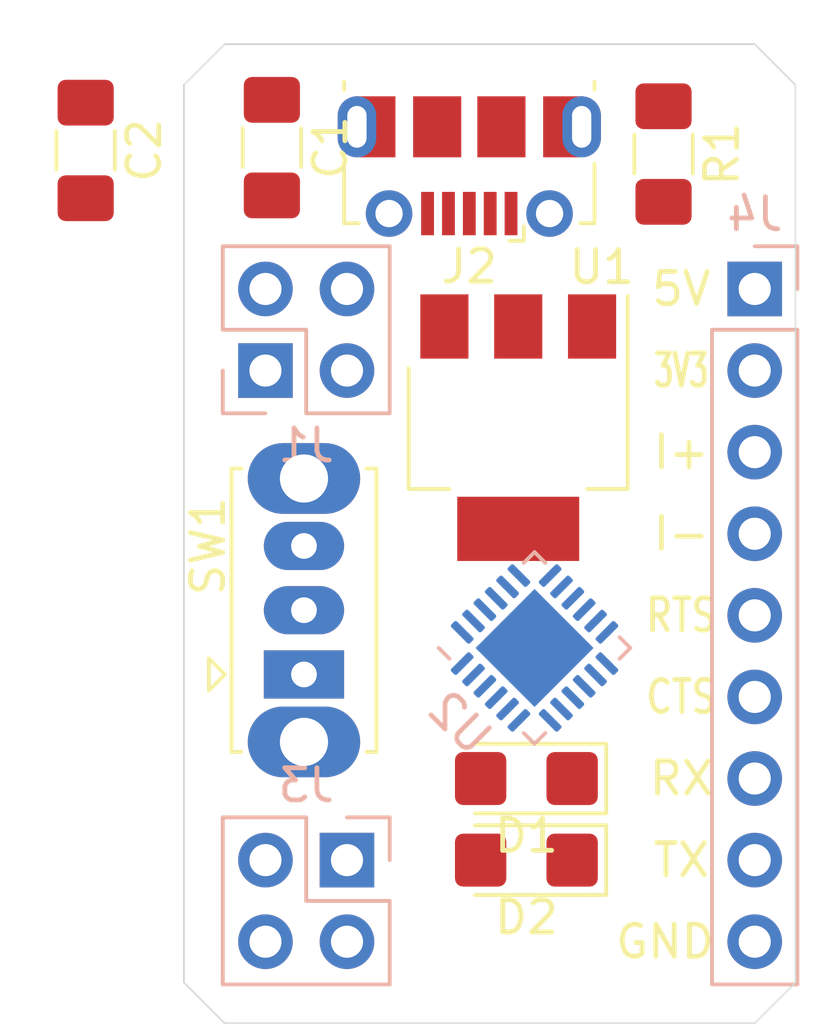
<source format=kicad_pcb>
(kicad_pcb (version 20171130) (host pcbnew "(5.1.6)-1")

  (general
    (thickness 1.6)
    (drawings 95)
    (tracks 0)
    (zones 0)
    (modules 12)
    (nets 55)
  )

  (page A4)
  (layers
    (0 F.Cu signal)
    (31 B.Cu signal)
    (32 B.Adhes user hide)
    (33 F.Adhes user hide)
    (34 B.Paste user hide)
    (35 F.Paste user hide)
    (36 B.SilkS user)
    (37 F.SilkS user)
    (38 B.Mask user hide)
    (39 F.Mask user hide)
    (40 Dwgs.User user hide)
    (41 Cmts.User user hide)
    (42 Eco1.User user hide)
    (43 Eco2.User user)
    (44 Edge.Cuts user)
    (45 Margin user hide)
    (46 B.CrtYd user hide)
    (47 F.CrtYd user hide)
    (48 B.Fab user hide)
    (49 F.Fab user)
  )

  (setup
    (last_trace_width 0.25)
    (trace_clearance 0.2)
    (zone_clearance 0.508)
    (zone_45_only no)
    (trace_min 0.2)
    (via_size 0.8)
    (via_drill 0.4)
    (via_min_size 0.4)
    (via_min_drill 0.3)
    (uvia_size 0.3)
    (uvia_drill 0.1)
    (uvias_allowed no)
    (uvia_min_size 0.2)
    (uvia_min_drill 0.1)
    (edge_width 0.05)
    (segment_width 0.2)
    (pcb_text_width 0.3)
    (pcb_text_size 1.5 1.5)
    (mod_edge_width 0.12)
    (mod_text_size 1 1)
    (mod_text_width 0.15)
    (pad_size 1.524 1.524)
    (pad_drill 0.762)
    (pad_to_mask_clearance 0.05)
    (aux_axis_origin 0 0)
    (visible_elements FEFFF77F)
    (pcbplotparams
      (layerselection 0x010fc_ffffffff)
      (usegerberextensions false)
      (usegerberattributes true)
      (usegerberadvancedattributes true)
      (creategerberjobfile true)
      (excludeedgelayer true)
      (linewidth 0.100000)
      (plotframeref false)
      (viasonmask false)
      (mode 1)
      (useauxorigin false)
      (hpglpennumber 1)
      (hpglpenspeed 20)
      (hpglpendiameter 15.000000)
      (psnegative false)
      (psa4output false)
      (plotreference true)
      (plotvalue true)
      (plotinvisibletext false)
      (padsonsilk false)
      (subtractmaskfromsilk false)
      (outputformat 1)
      (mirror false)
      (drillshape 1)
      (scaleselection 1)
      (outputdirectory ""))
  )

  (net 0 "")
  (net 1 GND)
  (net 2 +5V)
  (net 3 +3V3)
  (net 4 "Net-(J1-Pad4)")
  (net 5 "Net-(J1-Pad3)")
  (net 6 "Net-(J1-Pad2)")
  (net 7 "Net-(J1-Pad1)")
  (net 8 "Net-(J2-Pad1)")
  (net 9 "Net-(U2-Pad16)")
  (net 10 "Net-(U2-Pad15)")
  (net 11 "Net-(U2-Pad14)")
  (net 12 "Net-(U2-Pad13)")
  (net 13 "Net-(U2-Pad12)")
  (net 14 "Net-(U2-Pad11)")
  (net 15 "Net-(U2-Pad10)")
  (net 16 "Net-(U2-Pad9)")
  (net 17 "Net-(U2-Pad8)")
  (net 18 "Net-(U2-Pad7)")
  (net 19 "Net-(J2-Pad2)")
  (net 20 "Net-(J2-Pad3)")
  (net 21 "Net-(U2-Pad4)")
  (net 22 "Net-(U2-Pad3)")
  (net 23 "Net-(U2-Pad2)")
  (net 24 "Net-(U2-Pad1)")
  (net 25 "Net-(J2-Pad4)")
  (net 26 "Net-(J3-Pad4)")
  (net 27 "Net-(J3-Pad3)")
  (net 28 "Net-(J3-Pad2)")
  (net 29 "Net-(J3-Pad1)")
  (net 30 "Net-(SW1-Pad3)")
  (net 31 "Net-(SW1-Pad2)")
  (net 32 "Net-(SW1-Pad1)")
  (net 33 /TX)
  (net 34 /RX)
  (net 35 /I-)
  (net 36 /I+)
  (net 37 /+3.3V)
  (net 38 /CTS)
  (net 39 /RTS)
  (net 40 "Net-(U2-Pad25)")
  (net 41 "Net-(U2-Pad24)")
  (net 42 "Net-(U2-Pad23)")
  (net 43 "Net-(U2-Pad22)")
  (net 44 "Net-(U2-Pad21)")
  (net 45 "Net-(U2-Pad20)")
  (net 46 "Net-(U2-Pad19)")
  (net 47 "Net-(U2-Pad18)")
  (net 48 "Net-(U2-Pad17)")
  (net 49 "Net-(U2-Pad6)")
  (net 50 "Net-(U2-Pad5)")
  (net 51 "Net-(D1-Pad2)")
  (net 52 "Net-(D1-Pad1)")
  (net 53 "Net-(D2-Pad2)")
  (net 54 "Net-(D2-Pad1)")

  (net_class Default "This is the default net class."
    (clearance 0.2)
    (trace_width 0.25)
    (via_dia 0.8)
    (via_drill 0.4)
    (uvia_dia 0.3)
    (uvia_drill 0.1)
    (add_net +3V3)
    (add_net +5V)
    (add_net /+3.3V)
    (add_net /CTS)
    (add_net /I+)
    (add_net /I-)
    (add_net /RTS)
    (add_net /RX)
    (add_net /TX)
    (add_net GND)
    (add_net "Net-(D1-Pad1)")
    (add_net "Net-(D1-Pad2)")
    (add_net "Net-(D2-Pad1)")
    (add_net "Net-(D2-Pad2)")
    (add_net "Net-(J1-Pad1)")
    (add_net "Net-(J1-Pad2)")
    (add_net "Net-(J1-Pad3)")
    (add_net "Net-(J1-Pad4)")
    (add_net "Net-(J2-Pad1)")
    (add_net "Net-(J2-Pad2)")
    (add_net "Net-(J2-Pad3)")
    (add_net "Net-(J2-Pad4)")
    (add_net "Net-(J3-Pad1)")
    (add_net "Net-(J3-Pad2)")
    (add_net "Net-(J3-Pad3)")
    (add_net "Net-(J3-Pad4)")
    (add_net "Net-(SW1-Pad1)")
    (add_net "Net-(SW1-Pad2)")
    (add_net "Net-(SW1-Pad3)")
    (add_net "Net-(U2-Pad1)")
    (add_net "Net-(U2-Pad10)")
    (add_net "Net-(U2-Pad11)")
    (add_net "Net-(U2-Pad12)")
    (add_net "Net-(U2-Pad13)")
    (add_net "Net-(U2-Pad14)")
    (add_net "Net-(U2-Pad15)")
    (add_net "Net-(U2-Pad16)")
    (add_net "Net-(U2-Pad17)")
    (add_net "Net-(U2-Pad18)")
    (add_net "Net-(U2-Pad19)")
    (add_net "Net-(U2-Pad2)")
    (add_net "Net-(U2-Pad20)")
    (add_net "Net-(U2-Pad21)")
    (add_net "Net-(U2-Pad22)")
    (add_net "Net-(U2-Pad23)")
    (add_net "Net-(U2-Pad24)")
    (add_net "Net-(U2-Pad25)")
    (add_net "Net-(U2-Pad3)")
    (add_net "Net-(U2-Pad4)")
    (add_net "Net-(U2-Pad5)")
    (add_net "Net-(U2-Pad6)")
    (add_net "Net-(U2-Pad7)")
    (add_net "Net-(U2-Pad8)")
    (add_net "Net-(U2-Pad9)")
  )

  (module Diode_SMD:D_1206_3216Metric_Castellated (layer F.Cu) (tedit 5B301BBE) (tstamp 5FA96F51)
    (at 8.128 17.78 180)
    (descr "Diode SMD 1206 (3216 Metric), castellated end terminal, IPC_7351 nominal, (Body size source: http://www.tortai-tech.com/upload/download/2011102023233369053.pdf), generated with kicad-footprint-generator")
    (tags "diode castellated")
    (path /5FAC6C7D)
    (attr smd)
    (fp_text reference D2 (at 0 -1.78) (layer F.SilkS)
      (effects (font (size 1 1) (thickness 0.15)))
    )
    (fp_text value LED (at 0 1.78) (layer F.Fab)
      (effects (font (size 1 1) (thickness 0.15)))
    )
    (fp_text user %R (at 0 0) (layer F.Fab)
      (effects (font (size 0.8 0.8) (thickness 0.12)))
    )
    (fp_line (start 1.6 -0.8) (end -1.2 -0.8) (layer F.Fab) (width 0.1))
    (fp_line (start -1.2 -0.8) (end -1.6 -0.4) (layer F.Fab) (width 0.1))
    (fp_line (start -1.6 -0.4) (end -1.6 0.8) (layer F.Fab) (width 0.1))
    (fp_line (start -1.6 0.8) (end 1.6 0.8) (layer F.Fab) (width 0.1))
    (fp_line (start 1.6 0.8) (end 1.6 -0.8) (layer F.Fab) (width 0.1))
    (fp_line (start 1.6 -1.085) (end -2.485 -1.085) (layer F.SilkS) (width 0.12))
    (fp_line (start -2.485 -1.085) (end -2.485 1.085) (layer F.SilkS) (width 0.12))
    (fp_line (start -2.485 1.085) (end 1.6 1.085) (layer F.SilkS) (width 0.12))
    (fp_line (start -2.48 1.08) (end -2.48 -1.08) (layer F.CrtYd) (width 0.05))
    (fp_line (start -2.48 -1.08) (end 2.48 -1.08) (layer F.CrtYd) (width 0.05))
    (fp_line (start 2.48 -1.08) (end 2.48 1.08) (layer F.CrtYd) (width 0.05))
    (fp_line (start 2.48 1.08) (end -2.48 1.08) (layer F.CrtYd) (width 0.05))
    (pad 2 smd roundrect (at 1.425 0 180) (size 1.6 1.65) (layers F.Cu F.Paste F.Mask) (roundrect_rratio 0.15625)
      (net 53 "Net-(D2-Pad2)"))
    (pad 1 smd roundrect (at -1.425 0 180) (size 1.6 1.65) (layers F.Cu F.Paste F.Mask) (roundrect_rratio 0.15625)
      (net 54 "Net-(D2-Pad1)"))
    (model ${KISYS3DMOD}/Diode_SMD.3dshapes/D_1206_3216Metric_Castellated.wrl
      (at (xyz 0 0 0))
      (scale (xyz 1 1 1))
      (rotate (xyz 0 0 0))
    )
  )

  (module Diode_SMD:D_1206_3216Metric_Castellated (layer F.Cu) (tedit 5B301BBE) (tstamp 5FA96F3E)
    (at 8.128 15.24 180)
    (descr "Diode SMD 1206 (3216 Metric), castellated end terminal, IPC_7351 nominal, (Body size source: http://www.tortai-tech.com/upload/download/2011102023233369053.pdf), generated with kicad-footprint-generator")
    (tags "diode castellated")
    (path /5FAC5C86)
    (attr smd)
    (fp_text reference D1 (at 0 -1.78) (layer F.SilkS)
      (effects (font (size 1 1) (thickness 0.15)))
    )
    (fp_text value LED (at 0 1.78) (layer F.Fab)
      (effects (font (size 1 1) (thickness 0.15)))
    )
    (fp_text user %R (at 0 0) (layer F.Fab)
      (effects (font (size 0.8 0.8) (thickness 0.12)))
    )
    (fp_line (start 1.6 -0.8) (end -1.2 -0.8) (layer F.Fab) (width 0.1))
    (fp_line (start -1.2 -0.8) (end -1.6 -0.4) (layer F.Fab) (width 0.1))
    (fp_line (start -1.6 -0.4) (end -1.6 0.8) (layer F.Fab) (width 0.1))
    (fp_line (start -1.6 0.8) (end 1.6 0.8) (layer F.Fab) (width 0.1))
    (fp_line (start 1.6 0.8) (end 1.6 -0.8) (layer F.Fab) (width 0.1))
    (fp_line (start 1.6 -1.085) (end -2.485 -1.085) (layer F.SilkS) (width 0.12))
    (fp_line (start -2.485 -1.085) (end -2.485 1.085) (layer F.SilkS) (width 0.12))
    (fp_line (start -2.485 1.085) (end 1.6 1.085) (layer F.SilkS) (width 0.12))
    (fp_line (start -2.48 1.08) (end -2.48 -1.08) (layer F.CrtYd) (width 0.05))
    (fp_line (start -2.48 -1.08) (end 2.48 -1.08) (layer F.CrtYd) (width 0.05))
    (fp_line (start 2.48 -1.08) (end 2.48 1.08) (layer F.CrtYd) (width 0.05))
    (fp_line (start 2.48 1.08) (end -2.48 1.08) (layer F.CrtYd) (width 0.05))
    (pad 2 smd roundrect (at 1.425 0 180) (size 1.6 1.65) (layers F.Cu F.Paste F.Mask) (roundrect_rratio 0.15625)
      (net 51 "Net-(D1-Pad2)"))
    (pad 1 smd roundrect (at -1.425 0 180) (size 1.6 1.65) (layers F.Cu F.Paste F.Mask) (roundrect_rratio 0.15625)
      (net 52 "Net-(D1-Pad1)"))
    (model ${KISYS3DMOD}/Diode_SMD.3dshapes/D_1206_3216Metric_Castellated.wrl
      (at (xyz 0 0 0))
      (scale (xyz 1 1 1))
      (rotate (xyz 0 0 0))
    )
  )

  (module Package_DFN_QFN:QFN-24-1EP_4x4mm_P0.5mm_EP2.6x2.6mm (layer B.Cu) (tedit 5DC5F6A3) (tstamp 5FA9692E)
    (at 8.382 11.176 315)
    (descr "QFN, 24 Pin (http://ww1.microchip.com/downloads/en/PackagingSpec/00000049BQ.pdf#page=278), generated with kicad-footprint-generator ipc_noLead_generator.py")
    (tags "QFN NoLead")
    (path /5FAC2619)
    (attr smd)
    (fp_text reference U2 (at 0 3.299999 315) (layer B.SilkS)
      (effects (font (size 1 1) (thickness 0.15)) (justify mirror))
    )
    (fp_text value CP2102N-A01-GQFN24 (at 0 -3.299999 315) (layer B.Fab)
      (effects (font (size 1 1) (thickness 0.15)) (justify mirror))
    )
    (fp_text user %R (at 0 0 315) (layer B.Fab)
      (effects (font (size 1 1) (thickness 0.15)) (justify mirror))
    )
    (fp_line (start 1.635 2.11) (end 2.11 2.11) (layer B.SilkS) (width 0.12))
    (fp_line (start 2.11 2.11) (end 2.11 1.635) (layer B.SilkS) (width 0.12))
    (fp_line (start -1.635 -2.11) (end -2.11 -2.11) (layer B.SilkS) (width 0.12))
    (fp_line (start -2.11 -2.11) (end -2.11 -1.635) (layer B.SilkS) (width 0.12))
    (fp_line (start 1.635 -2.11) (end 2.11 -2.11) (layer B.SilkS) (width 0.12))
    (fp_line (start 2.11 -2.11) (end 2.11 -1.635) (layer B.SilkS) (width 0.12))
    (fp_line (start -1.635 2.11) (end -2.11 2.11) (layer B.SilkS) (width 0.12))
    (fp_line (start -1 2) (end 2 2) (layer B.Fab) (width 0.1))
    (fp_line (start 2 2) (end 2 -2) (layer B.Fab) (width 0.1))
    (fp_line (start 2 -2) (end -2 -2) (layer B.Fab) (width 0.1))
    (fp_line (start -2 -2) (end -2 1) (layer B.Fab) (width 0.1))
    (fp_line (start -2 1) (end -1 2) (layer B.Fab) (width 0.1))
    (fp_line (start -2.6 2.6) (end -2.6 -2.6) (layer B.CrtYd) (width 0.05))
    (fp_line (start -2.6 -2.6) (end 2.6 -2.6) (layer B.CrtYd) (width 0.05))
    (fp_line (start 2.6 -2.6) (end 2.6 2.6) (layer B.CrtYd) (width 0.05))
    (fp_line (start 2.6 2.6) (end -2.6 2.6) (layer B.CrtYd) (width 0.05))
    (pad "" smd roundrect (at 0.65 -0.65 315) (size 1.05 1.05) (layers B.Paste) (roundrect_rratio 0.238095))
    (pad "" smd roundrect (at 0.65 0.65 315) (size 1.05 1.05) (layers B.Paste) (roundrect_rratio 0.238095))
    (pad "" smd roundrect (at -0.65 -0.65 315) (size 1.05 1.05) (layers B.Paste) (roundrect_rratio 0.238095))
    (pad "" smd roundrect (at -0.65 0.65 315) (size 1.05 1.05) (layers B.Paste) (roundrect_rratio 0.238095))
    (pad 25 smd rect (at 0 0 315) (size 2.6 2.6) (layers B.Cu B.Mask)
      (net 40 "Net-(U2-Pad25)"))
    (pad 24 smd roundrect (at -1.25 1.9375 315) (size 0.25 0.825) (layers B.Cu B.Paste B.Mask) (roundrect_rratio 0.25)
      (net 41 "Net-(U2-Pad24)"))
    (pad 23 smd roundrect (at -0.75 1.9375 315) (size 0.25 0.825) (layers B.Cu B.Paste B.Mask) (roundrect_rratio 0.25)
      (net 42 "Net-(U2-Pad23)"))
    (pad 22 smd roundrect (at -0.25 1.9375 315) (size 0.25 0.825) (layers B.Cu B.Paste B.Mask) (roundrect_rratio 0.25)
      (net 43 "Net-(U2-Pad22)"))
    (pad 21 smd roundrect (at 0.25 1.9375 315) (size 0.25 0.825) (layers B.Cu B.Paste B.Mask) (roundrect_rratio 0.25)
      (net 44 "Net-(U2-Pad21)"))
    (pad 20 smd roundrect (at 0.75 1.9375 315) (size 0.25 0.825) (layers B.Cu B.Paste B.Mask) (roundrect_rratio 0.25)
      (net 45 "Net-(U2-Pad20)"))
    (pad 19 smd roundrect (at 1.25 1.9375 315) (size 0.25 0.825) (layers B.Cu B.Paste B.Mask) (roundrect_rratio 0.25)
      (net 46 "Net-(U2-Pad19)"))
    (pad 18 smd roundrect (at 1.9375 1.25 315) (size 0.825 0.25) (layers B.Cu B.Paste B.Mask) (roundrect_rratio 0.25)
      (net 47 "Net-(U2-Pad18)"))
    (pad 17 smd roundrect (at 1.9375 0.75 315) (size 0.825 0.25) (layers B.Cu B.Paste B.Mask) (roundrect_rratio 0.25)
      (net 48 "Net-(U2-Pad17)"))
    (pad 16 smd roundrect (at 1.9375 0.25 315) (size 0.825 0.25) (layers B.Cu B.Paste B.Mask) (roundrect_rratio 0.25)
      (net 9 "Net-(U2-Pad16)"))
    (pad 15 smd roundrect (at 1.9375 -0.25 315) (size 0.825 0.25) (layers B.Cu B.Paste B.Mask) (roundrect_rratio 0.25)
      (net 10 "Net-(U2-Pad15)"))
    (pad 14 smd roundrect (at 1.9375 -0.75 315) (size 0.825 0.25) (layers B.Cu B.Paste B.Mask) (roundrect_rratio 0.25)
      (net 11 "Net-(U2-Pad14)"))
    (pad 13 smd roundrect (at 1.9375 -1.25 315) (size 0.825 0.25) (layers B.Cu B.Paste B.Mask) (roundrect_rratio 0.25)
      (net 12 "Net-(U2-Pad13)"))
    (pad 12 smd roundrect (at 1.25 -1.9375 315) (size 0.25 0.825) (layers B.Cu B.Paste B.Mask) (roundrect_rratio 0.25)
      (net 13 "Net-(U2-Pad12)"))
    (pad 11 smd roundrect (at 0.75 -1.9375 315) (size 0.25 0.825) (layers B.Cu B.Paste B.Mask) (roundrect_rratio 0.25)
      (net 14 "Net-(U2-Pad11)"))
    (pad 10 smd roundrect (at 0.25 -1.9375 315) (size 0.25 0.825) (layers B.Cu B.Paste B.Mask) (roundrect_rratio 0.25)
      (net 15 "Net-(U2-Pad10)"))
    (pad 9 smd roundrect (at -0.25 -1.9375 315) (size 0.25 0.825) (layers B.Cu B.Paste B.Mask) (roundrect_rratio 0.25)
      (net 16 "Net-(U2-Pad9)"))
    (pad 8 smd roundrect (at -0.75 -1.9375 315) (size 0.25 0.825) (layers B.Cu B.Paste B.Mask) (roundrect_rratio 0.25)
      (net 17 "Net-(U2-Pad8)"))
    (pad 7 smd roundrect (at -1.25 -1.9375 315) (size 0.25 0.825) (layers B.Cu B.Paste B.Mask) (roundrect_rratio 0.25)
      (net 18 "Net-(U2-Pad7)"))
    (pad 6 smd roundrect (at -1.9375 -1.25 315) (size 0.825 0.25) (layers B.Cu B.Paste B.Mask) (roundrect_rratio 0.25)
      (net 49 "Net-(U2-Pad6)"))
    (pad 5 smd roundrect (at -1.9375 -0.75 315) (size 0.825 0.25) (layers B.Cu B.Paste B.Mask) (roundrect_rratio 0.25)
      (net 50 "Net-(U2-Pad5)"))
    (pad 4 smd roundrect (at -1.9375 -0.25 315) (size 0.825 0.25) (layers B.Cu B.Paste B.Mask) (roundrect_rratio 0.25)
      (net 21 "Net-(U2-Pad4)"))
    (pad 3 smd roundrect (at -1.9375 0.25 315) (size 0.825 0.25) (layers B.Cu B.Paste B.Mask) (roundrect_rratio 0.25)
      (net 22 "Net-(U2-Pad3)"))
    (pad 2 smd roundrect (at -1.9375 0.75 315) (size 0.825 0.25) (layers B.Cu B.Paste B.Mask) (roundrect_rratio 0.25)
      (net 23 "Net-(U2-Pad2)"))
    (pad 1 smd roundrect (at -1.9375 1.25 315) (size 0.825 0.25) (layers B.Cu B.Paste B.Mask) (roundrect_rratio 0.25)
      (net 24 "Net-(U2-Pad1)"))
    (model ${KISYS3DMOD}/Package_DFN_QFN.3dshapes/QFN-24-1EP_4x4mm_P0.5mm_EP2.6x2.6mm.wrl
      (at (xyz 0 0 0))
      (scale (xyz 1 1 1))
      (rotate (xyz 0 0 0))
    )
  )

  (module Button_Switch_THT:SW_Slide_1P2T_CK_OS102011MS2Q (layer F.Cu) (tedit 5C5044D5) (tstamp 5FA952D7)
    (at 1.2 12 90)
    (descr "CuK miniature slide switch, OS series, SPDT, https://www.ckswitches.com/media/1428/os.pdf")
    (tags "switch SPDT")
    (path /5FAB8773)
    (fp_text reference SW1 (at 3.99 -2.99 90) (layer F.SilkS)
      (effects (font (size 1 1) (thickness 0.15)))
    )
    (fp_text value SW_SPDT (at 2 3 90) (layer F.Fab)
      (effects (font (size 1 1) (thickness 0.15)))
    )
    (fp_text user %R (at 3.99 -2.99 90) (layer F.Fab)
      (effects (font (size 1 1) (thickness 0.15)))
    )
    (fp_line (start 0.5 -2.15) (end 6.3 -2.15) (layer F.Fab) (width 0.1))
    (fp_line (start 6.3 -2.15) (end 6.3 2.15) (layer F.Fab) (width 0.1))
    (fp_line (start 6.3 2.15) (end -2.3 2.15) (layer F.Fab) (width 0.1))
    (fp_line (start -2.3 2.15) (end -2.3 -2.15) (layer F.Fab) (width 0.1))
    (fp_line (start 0 -1) (end 4 -1) (layer F.Fab) (width 0.1))
    (fp_line (start 4 -1) (end 4 1) (layer F.Fab) (width 0.1))
    (fp_line (start 0 1) (end 4 1) (layer F.Fab) (width 0.1))
    (fp_line (start 0 -1) (end 0 1) (layer F.Fab) (width 0.1))
    (fp_line (start 0.66 -1) (end 0.66 1) (layer F.Fab) (width 0.1))
    (fp_line (start 1.34 -1) (end 1.34 1) (layer F.Fab) (width 0.1))
    (fp_line (start 2 -1) (end 2 1) (layer F.Fab) (width 0.1))
    (fp_line (start -2.3 -2.15) (end -0.5 -2.15) (layer F.Fab) (width 0.1))
    (fp_line (start -2.41 -2.26) (end 6.41 -2.26) (layer F.SilkS) (width 0.12))
    (fp_line (start 6.41 -2.26) (end 6.41 -1.95) (layer F.SilkS) (width 0.12))
    (fp_line (start 6.41 2.26) (end -2.41 2.26) (layer F.SilkS) (width 0.12))
    (fp_line (start -2.41 -1.95) (end -2.41 -2.26) (layer F.SilkS) (width 0.12))
    (fp_line (start -2.41 2.26) (end -2.41 1.95) (layer F.SilkS) (width 0.12))
    (fp_line (start 6.41 2.26) (end 6.41 1.95) (layer F.SilkS) (width 0.12))
    (fp_line (start -3.45 -2.4) (end 7.45 -2.4) (layer B.CrtYd) (width 0.05))
    (fp_line (start 7.45 -2.4) (end 7.45 2.4) (layer B.CrtYd) (width 0.05))
    (fp_line (start 7.45 2.4) (end -3.45 2.4) (layer B.CrtYd) (width 0.05))
    (fp_line (start -3.45 2.4) (end -3.45 -2.4) (layer B.CrtYd) (width 0.05))
    (fp_line (start -0.5 -2.15) (end 0 -1.65) (layer F.Fab) (width 0.1))
    (fp_line (start 0 -1.65) (end 0.5 -2.15) (layer F.Fab) (width 0.1))
    (fp_line (start -0.5 -2.96) (end 0 -2.46) (layer F.SilkS) (width 0.12))
    (fp_line (start 0 -2.46) (end 0.5 -2.96) (layer F.SilkS) (width 0.12))
    (fp_line (start 0.5 -2.96) (end -0.5 -2.96) (layer F.SilkS) (width 0.12))
    (pad "" thru_hole oval (at 6.1 0 90) (size 2.2 3.5) (drill 1.5) (layers *.Cu *.Mask))
    (pad "" thru_hole oval (at -2.1 0 90) (size 2.2 3.5) (drill 1.5) (layers *.Cu *.Mask))
    (pad 3 thru_hole oval (at 4 0 90) (size 1.5 2.5) (drill 0.8) (layers *.Cu *.Mask)
      (net 30 "Net-(SW1-Pad3)"))
    (pad 2 thru_hole oval (at 2 0 90) (size 1.5 2.5) (drill 0.8) (layers *.Cu *.Mask)
      (net 31 "Net-(SW1-Pad2)"))
    (pad 1 thru_hole rect (at 0 0 90) (size 1.5 2.5) (drill 0.8) (layers *.Cu *.Mask)
      (net 32 "Net-(SW1-Pad1)"))
    (model ${KISYS3DMOD}/Button_Switch_THT.3dshapes/SW_Slide_1P2T_CK_OS102011MS2Q.wrl
      (at (xyz 0 0 0))
      (scale (xyz 1 1 1))
      (rotate (xyz 0 0 0))
    )
  )

  (module Connector_PinHeader_2.54mm:PinHeader_1x09_P2.54mm_Vertical (layer B.Cu) (tedit 59FED5CC) (tstamp 5FA943AF)
    (at 15.24 0 180)
    (descr "Through hole straight pin header, 1x09, 2.54mm pitch, single row")
    (tags "Through hole pin header THT 1x09 2.54mm single row")
    (path /5FAB3E97)
    (fp_text reference J4 (at 0 2.33) (layer B.SilkS)
      (effects (font (size 1 1) (thickness 0.15)) (justify mirror))
    )
    (fp_text value Conn_01x09 (at 0 -22.65) (layer B.Fab)
      (effects (font (size 1 1) (thickness 0.15)) (justify mirror))
    )
    (fp_text user %R (at 0 -10.16 270) (layer B.Fab)
      (effects (font (size 1 1) (thickness 0.15)) (justify mirror))
    )
    (fp_line (start -0.635 1.27) (end 1.27 1.27) (layer B.Fab) (width 0.1))
    (fp_line (start 1.27 1.27) (end 1.27 -21.59) (layer B.Fab) (width 0.1))
    (fp_line (start 1.27 -21.59) (end -1.27 -21.59) (layer B.Fab) (width 0.1))
    (fp_line (start -1.27 -21.59) (end -1.27 0.635) (layer B.Fab) (width 0.1))
    (fp_line (start -1.27 0.635) (end -0.635 1.27) (layer B.Fab) (width 0.1))
    (fp_line (start -1.33 -21.65) (end 1.33 -21.65) (layer B.SilkS) (width 0.12))
    (fp_line (start -1.33 -1.27) (end -1.33 -21.65) (layer B.SilkS) (width 0.12))
    (fp_line (start 1.33 -1.27) (end 1.33 -21.65) (layer B.SilkS) (width 0.12))
    (fp_line (start -1.33 -1.27) (end 1.33 -1.27) (layer B.SilkS) (width 0.12))
    (fp_line (start -1.33 0) (end -1.33 1.33) (layer B.SilkS) (width 0.12))
    (fp_line (start -1.33 1.33) (end 0 1.33) (layer B.SilkS) (width 0.12))
    (fp_line (start -1.8 1.8) (end -1.8 -22.1) (layer B.CrtYd) (width 0.05))
    (fp_line (start -1.8 -22.1) (end 1.8 -22.1) (layer B.CrtYd) (width 0.05))
    (fp_line (start 1.8 -22.1) (end 1.8 1.8) (layer B.CrtYd) (width 0.05))
    (fp_line (start 1.8 1.8) (end -1.8 1.8) (layer B.CrtYd) (width 0.05))
    (pad 9 thru_hole oval (at 0 -20.32 180) (size 1.7 1.7) (drill 1) (layers *.Cu *.Mask)
      (net 1 GND))
    (pad 8 thru_hole oval (at 0 -17.78 180) (size 1.7 1.7) (drill 1) (layers *.Cu *.Mask)
      (net 33 /TX))
    (pad 7 thru_hole oval (at 0 -15.24 180) (size 1.7 1.7) (drill 1) (layers *.Cu *.Mask)
      (net 34 /RX))
    (pad 6 thru_hole oval (at 0 -12.7 180) (size 1.7 1.7) (drill 1) (layers *.Cu *.Mask)
      (net 38 /CTS))
    (pad 5 thru_hole oval (at 0 -10.16 180) (size 1.7 1.7) (drill 1) (layers *.Cu *.Mask)
      (net 39 /RTS))
    (pad 4 thru_hole oval (at 0 -7.62 180) (size 1.7 1.7) (drill 1) (layers *.Cu *.Mask)
      (net 35 /I-))
    (pad 3 thru_hole oval (at 0 -5.08 180) (size 1.7 1.7) (drill 1) (layers *.Cu *.Mask)
      (net 36 /I+))
    (pad 2 thru_hole oval (at 0 -2.54 180) (size 1.7 1.7) (drill 1) (layers *.Cu *.Mask)
      (net 37 /+3.3V))
    (pad 1 thru_hole rect (at 0 0 180) (size 1.7 1.7) (drill 1) (layers *.Cu *.Mask)
      (net 2 +5V))
    (model ${KISYS3DMOD}/Connector_PinHeader_2.54mm.3dshapes/PinHeader_1x09_P2.54mm_Vertical.wrl
      (at (xyz 0 0 0))
      (scale (xyz 1 1 1))
      (rotate (xyz 0 0 0))
    )
  )

  (module Connector_PinHeader_2.54mm:PinHeader_2x02_P2.54mm_Vertical (layer B.Cu) (tedit 59FED5CC) (tstamp 5FA93E5B)
    (at 2.54 17.78 180)
    (descr "Through hole straight pin header, 2x02, 2.54mm pitch, double rows")
    (tags "Through hole pin header THT 2x02 2.54mm double row")
    (path /5FAB2FBD)
    (fp_text reference J3 (at 1.27 2.33) (layer B.SilkS)
      (effects (font (size 1 1) (thickness 0.15)) (justify mirror))
    )
    (fp_text value Conn_02x02_Odd_Even (at 1.27 -4.87) (layer B.Fab)
      (effects (font (size 1 1) (thickness 0.15)) (justify mirror))
    )
    (fp_text user %R (at 1.27 -1.27 270) (layer B.Fab)
      (effects (font (size 1 1) (thickness 0.15)) (justify mirror))
    )
    (fp_line (start 0 1.27) (end 3.81 1.27) (layer B.Fab) (width 0.1))
    (fp_line (start 3.81 1.27) (end 3.81 -3.81) (layer B.Fab) (width 0.1))
    (fp_line (start 3.81 -3.81) (end -1.27 -3.81) (layer B.Fab) (width 0.1))
    (fp_line (start -1.27 -3.81) (end -1.27 0) (layer B.Fab) (width 0.1))
    (fp_line (start -1.27 0) (end 0 1.27) (layer B.Fab) (width 0.1))
    (fp_line (start -1.33 -3.87) (end 3.87 -3.87) (layer B.SilkS) (width 0.12))
    (fp_line (start -1.33 -1.27) (end -1.33 -3.87) (layer B.SilkS) (width 0.12))
    (fp_line (start 3.87 1.33) (end 3.87 -3.87) (layer B.SilkS) (width 0.12))
    (fp_line (start -1.33 -1.27) (end 1.27 -1.27) (layer B.SilkS) (width 0.12))
    (fp_line (start 1.27 -1.27) (end 1.27 1.33) (layer B.SilkS) (width 0.12))
    (fp_line (start 1.27 1.33) (end 3.87 1.33) (layer B.SilkS) (width 0.12))
    (fp_line (start -1.33 0) (end -1.33 1.33) (layer B.SilkS) (width 0.12))
    (fp_line (start -1.33 1.33) (end 0 1.33) (layer B.SilkS) (width 0.12))
    (fp_line (start -1.8 1.8) (end -1.8 -4.35) (layer B.CrtYd) (width 0.05))
    (fp_line (start -1.8 -4.35) (end 4.35 -4.35) (layer B.CrtYd) (width 0.05))
    (fp_line (start 4.35 -4.35) (end 4.35 1.8) (layer B.CrtYd) (width 0.05))
    (fp_line (start 4.35 1.8) (end -1.8 1.8) (layer B.CrtYd) (width 0.05))
    (pad 4 thru_hole oval (at 2.54 -2.54 180) (size 1.7 1.7) (drill 1) (layers *.Cu *.Mask)
      (net 26 "Net-(J3-Pad4)"))
    (pad 3 thru_hole oval (at 0 -2.54 180) (size 1.7 1.7) (drill 1) (layers *.Cu *.Mask)
      (net 27 "Net-(J3-Pad3)"))
    (pad 2 thru_hole oval (at 2.54 0 180) (size 1.7 1.7) (drill 1) (layers *.Cu *.Mask)
      (net 28 "Net-(J3-Pad2)"))
    (pad 1 thru_hole rect (at 0 0 180) (size 1.7 1.7) (drill 1) (layers *.Cu *.Mask)
      (net 29 "Net-(J3-Pad1)"))
    (model ${KISYS3DMOD}/Connector_PinHeader_2.54mm.3dshapes/PinHeader_2x02_P2.54mm_Vertical.wrl
      (at (xyz 0 0 0))
      (scale (xyz 1 1 1))
      (rotate (xyz 0 0 0))
    )
  )

  (module Connector_USB:USB_Micro-B_Molex-105017-0001 (layer F.Cu) (tedit 5A1DC0BE) (tstamp 5FA9349D)
    (at 6.35 -3.81 180)
    (descr http://www.molex.com/pdm_docs/sd/1050170001_sd.pdf)
    (tags "Micro-USB SMD Typ-B")
    (path /5FA91FBB)
    (attr smd)
    (fp_text reference J2 (at 0 -3.1125) (layer F.SilkS)
      (effects (font (size 1 1) (thickness 0.15)))
    )
    (fp_text value USB_B_Micro (at 0.3 4.3375) (layer F.Fab)
      (effects (font (size 1 1) (thickness 0.15)))
    )
    (fp_text user %R (at 0 0.8875) (layer F.Fab)
      (effects (font (size 1 1) (thickness 0.15)))
    )
    (fp_text user "PCB Edge" (at 0 2.6875) (layer Dwgs.User)
      (effects (font (size 0.5 0.5) (thickness 0.08)))
    )
    (fp_line (start -4.4 3.64) (end 4.4 3.64) (layer F.CrtYd) (width 0.05))
    (fp_line (start 4.4 -2.46) (end 4.4 3.64) (layer F.CrtYd) (width 0.05))
    (fp_line (start -4.4 -2.46) (end 4.4 -2.46) (layer F.CrtYd) (width 0.05))
    (fp_line (start -4.4 3.64) (end -4.4 -2.46) (layer F.CrtYd) (width 0.05))
    (fp_line (start -3.9 -1.7625) (end -3.45 -1.7625) (layer F.SilkS) (width 0.12))
    (fp_line (start -3.9 0.0875) (end -3.9 -1.7625) (layer F.SilkS) (width 0.12))
    (fp_line (start 3.9 2.6375) (end 3.9 2.3875) (layer F.SilkS) (width 0.12))
    (fp_line (start 3.75 3.3875) (end 3.75 -1.6125) (layer F.Fab) (width 0.1))
    (fp_line (start -3 2.689204) (end 3 2.689204) (layer F.Fab) (width 0.1))
    (fp_line (start -3.75 3.389204) (end 3.75 3.389204) (layer F.Fab) (width 0.1))
    (fp_line (start -3.75 -1.6125) (end 3.75 -1.6125) (layer F.Fab) (width 0.1))
    (fp_line (start -3.75 3.3875) (end -3.75 -1.6125) (layer F.Fab) (width 0.1))
    (fp_line (start -3.9 2.6375) (end -3.9 2.3875) (layer F.SilkS) (width 0.12))
    (fp_line (start 3.9 0.0875) (end 3.9 -1.7625) (layer F.SilkS) (width 0.12))
    (fp_line (start 3.9 -1.7625) (end 3.45 -1.7625) (layer F.SilkS) (width 0.12))
    (fp_line (start -1.7 -2.3125) (end -1.25 -2.3125) (layer F.SilkS) (width 0.12))
    (fp_line (start -1.7 -2.3125) (end -1.7 -1.8625) (layer F.SilkS) (width 0.12))
    (fp_line (start -1.3 -1.7125) (end -1.5 -1.9125) (layer F.Fab) (width 0.1))
    (fp_line (start -1.1 -1.9125) (end -1.3 -1.7125) (layer F.Fab) (width 0.1))
    (fp_line (start -1.5 -2.1225) (end -1.1 -2.1225) (layer F.Fab) (width 0.1))
    (fp_line (start -1.5 -2.1225) (end -1.5 -1.9125) (layer F.Fab) (width 0.1))
    (fp_line (start -1.1 -2.1225) (end -1.1 -1.9125) (layer F.Fab) (width 0.1))
    (pad 6 smd rect (at -2.9 1.2375 180) (size 1.2 1.9) (layers F.Cu F.Mask)
      (net 1 GND))
    (pad 6 smd rect (at 2.9 1.2375 180) (size 1.2 1.9) (layers F.Cu F.Mask)
      (net 1 GND))
    (pad 6 thru_hole oval (at 3.5 1.2375 180) (size 1.2 1.9) (drill oval 0.6 1.3) (layers *.Cu *.Mask)
      (net 1 GND))
    (pad 6 thru_hole oval (at -3.5 1.2375) (size 1.2 1.9) (drill oval 0.6 1.3) (layers *.Cu *.Mask)
      (net 1 GND))
    (pad 6 smd rect (at -1 1.2375 180) (size 1.5 1.9) (layers F.Cu F.Paste F.Mask)
      (net 1 GND))
    (pad 6 thru_hole circle (at 2.5 -1.4625 180) (size 1.45 1.45) (drill 0.85) (layers *.Cu *.Mask)
      (net 1 GND))
    (pad 3 smd rect (at 0 -1.4625 180) (size 0.4 1.35) (layers F.Cu F.Paste F.Mask)
      (net 20 "Net-(J2-Pad3)"))
    (pad 4 smd rect (at 0.65 -1.4625 180) (size 0.4 1.35) (layers F.Cu F.Paste F.Mask)
      (net 25 "Net-(J2-Pad4)"))
    (pad 5 smd rect (at 1.3 -1.4625 180) (size 0.4 1.35) (layers F.Cu F.Paste F.Mask)
      (net 1 GND))
    (pad 1 smd rect (at -1.3 -1.4625 180) (size 0.4 1.35) (layers F.Cu F.Paste F.Mask)
      (net 8 "Net-(J2-Pad1)"))
    (pad 2 smd rect (at -0.65 -1.4625 180) (size 0.4 1.35) (layers F.Cu F.Paste F.Mask)
      (net 19 "Net-(J2-Pad2)"))
    (pad 6 thru_hole circle (at -2.5 -1.4625 180) (size 1.45 1.45) (drill 0.85) (layers *.Cu *.Mask)
      (net 1 GND))
    (pad 6 smd rect (at 1 1.2375 180) (size 1.5 1.9) (layers F.Cu F.Paste F.Mask)
      (net 1 GND))
    (model ${KISYS3DMOD}/Connector_USB.3dshapes/USB_Micro-B_Molex-105017-0001.wrl
      (at (xyz 0 0 0))
      (scale (xyz 1 1 1))
      (rotate (xyz 0 0 0))
    )
  )

  (module Package_TO_SOT_SMD:SOT-223-3_TabPin2 (layer F.Cu) (tedit 5A02FF57) (tstamp 5FA9481A)
    (at 7.874 4.318 270)
    (descr "module CMS SOT223 4 pins")
    (tags "CMS SOT")
    (path /5FA9298A)
    (attr smd)
    (fp_text reference U1 (at -5 -2.6 180) (layer F.SilkS)
      (effects (font (size 1 1) (thickness 0.15)))
    )
    (fp_text value AZ1117-3.3 (at 0 4.5 90) (layer F.Fab)
      (effects (font (size 1 1) (thickness 0.15)))
    )
    (fp_text user %R (at 0 0) (layer F.Fab)
      (effects (font (size 0.8 0.8) (thickness 0.12)))
    )
    (fp_line (start 1.91 3.41) (end 1.91 2.15) (layer F.SilkS) (width 0.12))
    (fp_line (start 1.91 -3.41) (end 1.91 -2.15) (layer F.SilkS) (width 0.12))
    (fp_line (start 4.4 -3.6) (end -4.4 -3.6) (layer F.CrtYd) (width 0.05))
    (fp_line (start 4.4 3.6) (end 4.4 -3.6) (layer F.CrtYd) (width 0.05))
    (fp_line (start -4.4 3.6) (end 4.4 3.6) (layer F.CrtYd) (width 0.05))
    (fp_line (start -4.4 -3.6) (end -4.4 3.6) (layer F.CrtYd) (width 0.05))
    (fp_line (start -1.85 -2.35) (end -0.85 -3.35) (layer F.Fab) (width 0.1))
    (fp_line (start -1.85 -2.35) (end -1.85 3.35) (layer F.Fab) (width 0.1))
    (fp_line (start -1.85 3.41) (end 1.91 3.41) (layer F.SilkS) (width 0.12))
    (fp_line (start -0.85 -3.35) (end 1.85 -3.35) (layer F.Fab) (width 0.1))
    (fp_line (start -4.1 -3.41) (end 1.91 -3.41) (layer F.SilkS) (width 0.12))
    (fp_line (start -1.85 3.35) (end 1.85 3.35) (layer F.Fab) (width 0.1))
    (fp_line (start 1.85 -3.35) (end 1.85 3.35) (layer F.Fab) (width 0.1))
    (pad 1 smd rect (at -3.15 -2.3 270) (size 2 1.5) (layers F.Cu F.Paste F.Mask)
      (net 1 GND))
    (pad 3 smd rect (at -3.15 2.3 270) (size 2 1.5) (layers F.Cu F.Paste F.Mask)
      (net 2 +5V))
    (pad 2 smd rect (at -3.15 0 270) (size 2 1.5) (layers F.Cu F.Paste F.Mask)
      (net 3 +3V3))
    (pad 2 smd rect (at 3.15 0 270) (size 2 3.8) (layers F.Cu F.Paste F.Mask)
      (net 3 +3V3))
    (model ${KISYS3DMOD}/Package_TO_SOT_SMD.3dshapes/SOT-223.wrl
      (at (xyz 0 0 0))
      (scale (xyz 1 1 1))
      (rotate (xyz 0 0 0))
    )
  )

  (module Resistor_SMD:R_1206_3216Metric_Pad1.42x1.75mm_HandSolder (layer F.Cu) (tedit 5B301BBD) (tstamp 5FA93B71)
    (at 12.4 -4.2 270)
    (descr "Resistor SMD 1206 (3216 Metric), square (rectangular) end terminal, IPC_7351 nominal with elongated pad for handsoldering. (Body size source: http://www.tortai-tech.com/upload/download/2011102023233369053.pdf), generated with kicad-footprint-generator")
    (tags "resistor handsolder")
    (path /5FAA8AB4)
    (attr smd)
    (fp_text reference R1 (at 0 -1.82 90) (layer F.SilkS)
      (effects (font (size 1 1) (thickness 0.15)))
    )
    (fp_text value R (at 0 1.82 90) (layer F.Fab)
      (effects (font (size 1 1) (thickness 0.15)))
    )
    (fp_text user %R (at 0 0 90) (layer F.Fab)
      (effects (font (size 0.8 0.8) (thickness 0.12)))
    )
    (fp_line (start -1.6 0.8) (end -1.6 -0.8) (layer F.Fab) (width 0.1))
    (fp_line (start -1.6 -0.8) (end 1.6 -0.8) (layer F.Fab) (width 0.1))
    (fp_line (start 1.6 -0.8) (end 1.6 0.8) (layer F.Fab) (width 0.1))
    (fp_line (start 1.6 0.8) (end -1.6 0.8) (layer F.Fab) (width 0.1))
    (fp_line (start -0.602064 -0.91) (end 0.602064 -0.91) (layer F.SilkS) (width 0.12))
    (fp_line (start -0.602064 0.91) (end 0.602064 0.91) (layer F.SilkS) (width 0.12))
    (fp_line (start -2.45 1.12) (end -2.45 -1.12) (layer F.CrtYd) (width 0.05))
    (fp_line (start -2.45 -1.12) (end 2.45 -1.12) (layer F.CrtYd) (width 0.05))
    (fp_line (start 2.45 -1.12) (end 2.45 1.12) (layer F.CrtYd) (width 0.05))
    (fp_line (start 2.45 1.12) (end -2.45 1.12) (layer F.CrtYd) (width 0.05))
    (pad 2 smd roundrect (at 1.4875 0 270) (size 1.425 1.75) (layers F.Cu F.Paste F.Mask) (roundrect_rratio 0.175439)
      (net 8 "Net-(J2-Pad1)"))
    (pad 1 smd roundrect (at -1.4875 0 270) (size 1.425 1.75) (layers F.Cu F.Paste F.Mask) (roundrect_rratio 0.175439)
      (net 2 +5V))
    (model ${KISYS3DMOD}/Resistor_SMD.3dshapes/R_1206_3216Metric.wrl
      (at (xyz 0 0 0))
      (scale (xyz 1 1 1))
      (rotate (xyz 0 0 0))
    )
  )

  (module Connector_PinHeader_2.54mm:PinHeader_2x02_P2.54mm_Vertical (layer B.Cu) (tedit 59FED5CC) (tstamp 5FA92DF9)
    (at 0 2.54)
    (descr "Through hole straight pin header, 2x02, 2.54mm pitch, double rows")
    (tags "Through hole pin header THT 2x02 2.54mm double row")
    (path /5FAA0977)
    (fp_text reference J1 (at 1.27 2.33) (layer B.SilkS)
      (effects (font (size 1 1) (thickness 0.15)) (justify mirror))
    )
    (fp_text value Conn_02x02_Odd_Even (at 1.27 -4.87) (layer B.Fab)
      (effects (font (size 1 1) (thickness 0.15)) (justify mirror))
    )
    (fp_text user %R (at 1.27 -1.27 -90) (layer B.Fab)
      (effects (font (size 1 1) (thickness 0.15)) (justify mirror))
    )
    (fp_line (start 0 1.27) (end 3.81 1.27) (layer B.Fab) (width 0.1))
    (fp_line (start 3.81 1.27) (end 3.81 -3.81) (layer B.Fab) (width 0.1))
    (fp_line (start 3.81 -3.81) (end -1.27 -3.81) (layer B.Fab) (width 0.1))
    (fp_line (start -1.27 -3.81) (end -1.27 0) (layer B.Fab) (width 0.1))
    (fp_line (start -1.27 0) (end 0 1.27) (layer B.Fab) (width 0.1))
    (fp_line (start -1.33 -3.87) (end 3.87 -3.87) (layer B.SilkS) (width 0.12))
    (fp_line (start -1.33 -1.27) (end -1.33 -3.87) (layer B.SilkS) (width 0.12))
    (fp_line (start 3.87 1.33) (end 3.87 -3.87) (layer B.SilkS) (width 0.12))
    (fp_line (start -1.33 -1.27) (end 1.27 -1.27) (layer B.SilkS) (width 0.12))
    (fp_line (start 1.27 -1.27) (end 1.27 1.33) (layer B.SilkS) (width 0.12))
    (fp_line (start 1.27 1.33) (end 3.87 1.33) (layer B.SilkS) (width 0.12))
    (fp_line (start -1.33 0) (end -1.33 1.33) (layer B.SilkS) (width 0.12))
    (fp_line (start -1.33 1.33) (end 0 1.33) (layer B.SilkS) (width 0.12))
    (fp_line (start -1.8 1.8) (end -1.8 -4.35) (layer B.CrtYd) (width 0.05))
    (fp_line (start -1.8 -4.35) (end 4.35 -4.35) (layer B.CrtYd) (width 0.05))
    (fp_line (start 4.35 -4.35) (end 4.35 1.8) (layer B.CrtYd) (width 0.05))
    (fp_line (start 4.35 1.8) (end -1.8 1.8) (layer B.CrtYd) (width 0.05))
    (pad 4 thru_hole oval (at 2.54 -2.54) (size 1.7 1.7) (drill 1) (layers *.Cu *.Mask)
      (net 4 "Net-(J1-Pad4)"))
    (pad 3 thru_hole oval (at 0 -2.54) (size 1.7 1.7) (drill 1) (layers *.Cu *.Mask)
      (net 5 "Net-(J1-Pad3)"))
    (pad 2 thru_hole oval (at 2.54 0) (size 1.7 1.7) (drill 1) (layers *.Cu *.Mask)
      (net 6 "Net-(J1-Pad2)"))
    (pad 1 thru_hole rect (at 0 0) (size 1.7 1.7) (drill 1) (layers *.Cu *.Mask)
      (net 7 "Net-(J1-Pad1)"))
    (model ${KISYS3DMOD}/Connector_PinHeader_2.54mm.3dshapes/PinHeader_2x02_P2.54mm_Vertical.wrl
      (at (xyz 0 0 0))
      (scale (xyz 1 1 1))
      (rotate (xyz 0 0 0))
    )
  )

  (module Capacitor_SMD:C_1206_3216Metric_Pad1.42x1.75mm_HandSolder (layer F.Cu) (tedit 5B301BBE) (tstamp 5FA92DDF)
    (at -5.6 -4.3125 270)
    (descr "Capacitor SMD 1206 (3216 Metric), square (rectangular) end terminal, IPC_7351 nominal with elongated pad for handsoldering. (Body size source: http://www.tortai-tech.com/upload/download/2011102023233369053.pdf), generated with kicad-footprint-generator")
    (tags "capacitor handsolder")
    (path /5FA989BF)
    (attr smd)
    (fp_text reference C2 (at 0 -1.82 90) (layer F.SilkS)
      (effects (font (size 1 1) (thickness 0.15)))
    )
    (fp_text value C (at 0 1.82 90) (layer F.Fab)
      (effects (font (size 1 1) (thickness 0.15)))
    )
    (fp_text user %R (at 0 0 90) (layer F.Fab)
      (effects (font (size 0.8 0.8) (thickness 0.12)))
    )
    (fp_line (start -1.6 0.8) (end -1.6 -0.8) (layer F.Fab) (width 0.1))
    (fp_line (start -1.6 -0.8) (end 1.6 -0.8) (layer F.Fab) (width 0.1))
    (fp_line (start 1.6 -0.8) (end 1.6 0.8) (layer F.Fab) (width 0.1))
    (fp_line (start 1.6 0.8) (end -1.6 0.8) (layer F.Fab) (width 0.1))
    (fp_line (start -0.602064 -0.91) (end 0.602064 -0.91) (layer F.SilkS) (width 0.12))
    (fp_line (start -0.602064 0.91) (end 0.602064 0.91) (layer F.SilkS) (width 0.12))
    (fp_line (start -2.45 1.12) (end -2.45 -1.12) (layer F.CrtYd) (width 0.05))
    (fp_line (start -2.45 -1.12) (end 2.45 -1.12) (layer F.CrtYd) (width 0.05))
    (fp_line (start 2.45 -1.12) (end 2.45 1.12) (layer F.CrtYd) (width 0.05))
    (fp_line (start 2.45 1.12) (end -2.45 1.12) (layer F.CrtYd) (width 0.05))
    (pad 2 smd roundrect (at 1.4875 0 270) (size 1.425 1.75) (layers F.Cu F.Paste F.Mask) (roundrect_rratio 0.175439)
      (net 1 GND))
    (pad 1 smd roundrect (at -1.4875 0 270) (size 1.425 1.75) (layers F.Cu F.Paste F.Mask) (roundrect_rratio 0.175439)
      (net 3 +3V3))
    (model ${KISYS3DMOD}/Capacitor_SMD.3dshapes/C_1206_3216Metric.wrl
      (at (xyz 0 0 0))
      (scale (xyz 1 1 1))
      (rotate (xyz 0 0 0))
    )
  )

  (module Capacitor_SMD:C_1206_3216Metric_Pad1.42x1.75mm_HandSolder (layer F.Cu) (tedit 5B301BBE) (tstamp 5FA93819)
    (at 0.2 -4.4 270)
    (descr "Capacitor SMD 1206 (3216 Metric), square (rectangular) end terminal, IPC_7351 nominal with elongated pad for handsoldering. (Body size source: http://www.tortai-tech.com/upload/download/2011102023233369053.pdf), generated with kicad-footprint-generator")
    (tags "capacitor handsolder")
    (path /5FA97A0B)
    (attr smd)
    (fp_text reference C1 (at 0 -1.82 90) (layer F.SilkS)
      (effects (font (size 1 1) (thickness 0.15)))
    )
    (fp_text value C (at 0 1.82 90) (layer F.Fab)
      (effects (font (size 1 1) (thickness 0.15)))
    )
    (fp_text user %R (at 0 0 90) (layer F.Fab)
      (effects (font (size 0.8 0.8) (thickness 0.12)))
    )
    (fp_line (start -1.6 0.8) (end -1.6 -0.8) (layer F.Fab) (width 0.1))
    (fp_line (start -1.6 -0.8) (end 1.6 -0.8) (layer F.Fab) (width 0.1))
    (fp_line (start 1.6 -0.8) (end 1.6 0.8) (layer F.Fab) (width 0.1))
    (fp_line (start 1.6 0.8) (end -1.6 0.8) (layer F.Fab) (width 0.1))
    (fp_line (start -0.602064 -0.91) (end 0.602064 -0.91) (layer F.SilkS) (width 0.12))
    (fp_line (start -0.602064 0.91) (end 0.602064 0.91) (layer F.SilkS) (width 0.12))
    (fp_line (start -2.45 1.12) (end -2.45 -1.12) (layer F.CrtYd) (width 0.05))
    (fp_line (start -2.45 -1.12) (end 2.45 -1.12) (layer F.CrtYd) (width 0.05))
    (fp_line (start 2.45 -1.12) (end 2.45 1.12) (layer F.CrtYd) (width 0.05))
    (fp_line (start 2.45 1.12) (end -2.45 1.12) (layer F.CrtYd) (width 0.05))
    (pad 2 smd roundrect (at 1.4875 0 270) (size 1.425 1.75) (layers F.Cu F.Paste F.Mask) (roundrect_rratio 0.175439)
      (net 1 GND))
    (pad 1 smd roundrect (at -1.4875 0 270) (size 1.425 1.75) (layers F.Cu F.Paste F.Mask) (roundrect_rratio 0.175439)
      (net 2 +5V))
    (model ${KISYS3DMOD}/Capacitor_SMD.3dshapes/C_1206_3216Metric.wrl
      (at (xyz 0 0 0))
      (scale (xyz 1 1 1))
      (rotate (xyz 0 0 0))
    )
  )

  (gr_text GND (at 12.446 20.32) (layer F.SilkS) (tstamp 5FA95AC1)
    (effects (font (size 1 1) (thickness 0.15)))
  )
  (gr_text TX (at 12.954 17.78) (layer F.SilkS) (tstamp 5FA95ABF)
    (effects (font (size 1 1) (thickness 0.15)))
  )
  (gr_text RX (at 12.954 15.24) (layer F.SilkS) (tstamp 5FA95ABD)
    (effects (font (size 1 1) (thickness 0.15)))
  )
  (gr_text CTS (at 12.954 12.7) (layer F.SilkS) (tstamp 5FA95ABB)
    (effects (font (size 1 0.8) (thickness 0.15)))
  )
  (gr_text RTS (at 12.954 10.16) (layer F.SilkS) (tstamp 5FA95AB9)
    (effects (font (size 1 0.8) (thickness 0.15)))
  )
  (gr_text I- (at 12.954 7.62) (layer F.SilkS) (tstamp 5FA95AB7)
    (effects (font (size 1 1) (thickness 0.15)))
  )
  (gr_text I+ (at 12.954 5.08) (layer F.SilkS) (tstamp 5FA95AB1)
    (effects (font (size 1 1) (thickness 0.15)))
  )
  (gr_text 3V3 (at 12.954 2.54) (layer F.SilkS)
    (effects (font (size 1 0.6) (thickness 0.15)))
  )
  (gr_text 5V (at 12.954 0) (layer F.SilkS)
    (effects (font (size 1 1) (thickness 0.15)))
  )
  (gr_line (start 15.24 22.86) (end -1.27 22.86) (layer Edge.Cuts) (width 0.05) (tstamp 5FA9399F))
  (gr_line (start 16.51 21.59) (end 15.24 22.86) (layer Edge.Cuts) (width 0.05))
  (gr_line (start 16.51 -6.35) (end 16.51 21.59) (layer Edge.Cuts) (width 0.05))
  (gr_line (start 15.24 -7.62) (end 16.51 -6.35) (layer Edge.Cuts) (width 0.05))
  (gr_line (start -1.27 -7.62) (end 15.24 -7.62) (layer Edge.Cuts) (width 0.05))
  (gr_line (start -2.54 -6.35) (end -1.27 -7.62) (layer Edge.Cuts) (width 0.05))
  (gr_line (start -2.54 21.59) (end -2.54 -6.35) (layer Edge.Cuts) (width 0.05))
  (gr_line (start -1.27 22.86) (end -2.54 21.59) (layer Edge.Cuts) (width 0.05))
  (gr_line (start 2.54 12.7) (end 2.54 20.32) (layer Eco1.User) (width 0.15) (tstamp 5FA92F55))
  (gr_line (start 0 12.7) (end 0 20.32) (layer Eco1.User) (width 0.15) (tstamp 5FA92F54))
  (gr_line (start 0 0) (end 0 7.62) (layer Eco1.User) (width 0.15) (tstamp 5FA92F53))
  (gr_line (start 2.54 0) (end 2.54 7.62) (layer Eco1.User) (width 0.15) (tstamp 5FA92F52))
  (gr_line (start 10.16 20.32) (end 20.32 20.32) (layer Eco1.User) (width 0.15) (tstamp 5FA92F44))
  (gr_line (start 10.16 17.78) (end 20.32 17.78) (layer Eco1.User) (width 0.15) (tstamp 5FA92F43))
  (gr_line (start 10.16 15.24) (end 20.32 15.24) (layer Eco1.User) (width 0.15) (tstamp 5FA92F42))
  (gr_line (start 10.16 12.7) (end 20.32 12.7) (layer Eco1.User) (width 0.15) (tstamp 5FA92F41))
  (gr_line (start 10.16 10.16) (end 20.32 10.16) (layer Eco1.User) (width 0.15) (tstamp 5FA92F40))
  (gr_line (start 10.16 7.62) (end 20.32 7.62) (layer Eco1.User) (width 0.15) (tstamp 5FA92F3F))
  (gr_line (start 10.16 5.08) (end 20.32 5.08) (layer Eco1.User) (width 0.15) (tstamp 5FA92F3E))
  (gr_line (start 10.16 2.54) (end 20.32 2.54) (layer Eco1.User) (width 0.15) (tstamp 5FA92F3D))
  (gr_line (start 10.16 0) (end 20.32 0) (layer Eco1.User) (width 0.15) (tstamp 5FA92F3C))
  (gr_circle (center 20.32 20.32) (end 21.59 20.32) (layer Eco1.User) (width 0.15) (tstamp 5FA92F1D))
  (gr_circle (center 20.32 15.24) (end 21.59 15.24) (layer Eco1.User) (width 0.15) (tstamp 5FA92F1C))
  (gr_circle (center 20.32 7.62) (end 21.59 7.62) (layer Eco1.User) (width 0.15) (tstamp 5FA92F1B))
  (gr_circle (center 20.32 10.16) (end 21.59 10.16) (layer Eco1.User) (width 0.15) (tstamp 5FA92F1A))
  (gr_circle (center 20.32 17.78) (end 21.59 17.78) (layer Eco1.User) (width 0.15) (tstamp 5FA92F19))
  (gr_circle (center 20.32 12.7) (end 21.59 12.7) (layer Eco1.User) (width 0.15) (tstamp 5FA92F18))
  (gr_circle (center 20.32 0) (end 21.59 0) (layer Eco1.User) (width 0.15) (tstamp 5FA92F17))
  (gr_circle (center 20.32 5.08) (end 21.59 5.08) (layer Eco1.User) (width 0.15) (tstamp 5FA92F16))
  (gr_circle (center 20.32 2.54) (end 21.59 2.54) (layer Eco1.User) (width 0.15) (tstamp 5FA92F15))
  (gr_circle (center 17.78 20.32) (end 19.05 20.32) (layer Eco1.User) (width 0.15) (tstamp 5FA92F1D))
  (gr_circle (center 17.78 15.24) (end 19.05 15.24) (layer Eco1.User) (width 0.15) (tstamp 5FA92F1C))
  (gr_circle (center 17.78 7.62) (end 19.05 7.62) (layer Eco1.User) (width 0.15) (tstamp 5FA92F1B))
  (gr_circle (center 17.78 10.16) (end 19.05 10.16) (layer Eco1.User) (width 0.15) (tstamp 5FA92F1A))
  (gr_circle (center 17.78 17.78) (end 19.05 17.78) (layer Eco1.User) (width 0.15) (tstamp 5FA92F19))
  (gr_circle (center 17.78 12.7) (end 19.05 12.7) (layer Eco1.User) (width 0.15) (tstamp 5FA92F18))
  (gr_circle (center 17.78 0) (end 19.05 0) (layer Eco1.User) (width 0.15) (tstamp 5FA92F17))
  (gr_circle (center 17.78 5.08) (end 19.05 5.08) (layer Eco1.User) (width 0.15) (tstamp 5FA92F16))
  (gr_circle (center 17.78 2.54) (end 19.05 2.54) (layer Eco1.User) (width 0.15) (tstamp 5FA92F15))
  (gr_circle (center 15.24 20.32) (end 16.51 20.32) (layer Eco1.User) (width 0.15) (tstamp 5FA92F1D))
  (gr_circle (center 15.24 15.24) (end 16.51 15.24) (layer Eco1.User) (width 0.15) (tstamp 5FA92F1C))
  (gr_circle (center 15.24 7.62) (end 16.51 7.62) (layer Eco1.User) (width 0.15) (tstamp 5FA92F1B))
  (gr_circle (center 15.24 10.16) (end 16.51 10.16) (layer Eco1.User) (width 0.15) (tstamp 5FA92F1A))
  (gr_circle (center 15.24 17.78) (end 16.51 17.78) (layer Eco1.User) (width 0.15) (tstamp 5FA92F19))
  (gr_circle (center 15.24 12.7) (end 16.51 12.7) (layer Eco1.User) (width 0.15) (tstamp 5FA92F18))
  (gr_circle (center 15.24 0) (end 16.51 0) (layer Eco1.User) (width 0.15) (tstamp 5FA92F17))
  (gr_circle (center 15.24 5.08) (end 16.51 5.08) (layer Eco1.User) (width 0.15) (tstamp 5FA92F16))
  (gr_circle (center 15.24 2.54) (end 16.51 2.54) (layer Eco1.User) (width 0.15) (tstamp 5FA92F15))
  (gr_circle (center 12.7 20.32) (end 13.97 20.32) (layer Eco1.User) (width 0.15) (tstamp 5FA92EF0))
  (gr_circle (center 0 20.32) (end 0 21.59) (layer Eco1.User) (width 0.15) (tstamp 5FA92EEF))
  (gr_circle (center 2.54 20.32) (end 3.81 20.32) (layer Eco1.User) (width 0.15) (tstamp 5FA92EEE))
  (gr_circle (center 10.16 20.32) (end 11.43 20.32) (layer Eco1.User) (width 0.15) (tstamp 5FA92EED))
  (gr_circle (center 12.7 17.78) (end 13.97 17.78) (layer Eco1.User) (width 0.15) (tstamp 5FA92EF0))
  (gr_circle (center 0 17.78) (end 0 19.05) (layer Eco1.User) (width 0.15) (tstamp 5FA92EEF))
  (gr_circle (center 2.54 17.78) (end 3.81 17.78) (layer Eco1.User) (width 0.15) (tstamp 5FA92EEE))
  (gr_circle (center 10.16 17.78) (end 11.43 17.78) (layer Eco1.User) (width 0.15) (tstamp 5FA92EED))
  (gr_circle (center 12.7 15.24) (end 13.97 15.24) (layer Eco1.User) (width 0.15) (tstamp 5FA92EF0))
  (gr_circle (center 0 15.24) (end 0 16.51) (layer Eco1.User) (width 0.15) (tstamp 5FA92EEF))
  (gr_circle (center 2.54 15.24) (end 3.81 15.24) (layer Eco1.User) (width 0.15) (tstamp 5FA92EEE))
  (gr_circle (center 10.16 15.24) (end 11.43 15.24) (layer Eco1.User) (width 0.15) (tstamp 5FA92EED))
  (gr_circle (center 12.7 12.7) (end 13.97 12.7) (layer Eco1.User) (width 0.15) (tstamp 5FA92EF0))
  (gr_circle (center 0 12.7) (end 0 13.97) (layer Eco1.User) (width 0.15) (tstamp 5FA92EEF))
  (gr_circle (center 2.54 12.7) (end 3.81 12.7) (layer Eco1.User) (width 0.15) (tstamp 5FA92EEE))
  (gr_circle (center 10.16 12.7) (end 11.43 12.7) (layer Eco1.User) (width 0.15) (tstamp 5FA92EED))
  (gr_circle (center 12.7 10.16) (end 13.97 10.16) (layer Eco1.User) (width 0.15) (tstamp 5FA92EF0))
  (gr_circle (center 10.16 10.16) (end 11.43 10.16) (layer Eco1.User) (width 0.15) (tstamp 5FA92EED))
  (gr_circle (center 12.7 7.62) (end 13.97 7.62) (layer Eco1.User) (width 0.15) (tstamp 5FA92EF0))
  (gr_circle (center 0 7.62) (end 0 8.89) (layer Eco1.User) (width 0.15) (tstamp 5FA92EEF))
  (gr_circle (center 2.54 7.62) (end 3.81 7.62) (layer Eco1.User) (width 0.15) (tstamp 5FA92EEE))
  (gr_circle (center 10.16 7.62) (end 11.43 7.62) (layer Eco1.User) (width 0.15) (tstamp 5FA92EED))
  (gr_circle (center 12.7 5.08) (end 13.97 5.08) (layer Eco1.User) (width 0.15))
  (gr_circle (center 10.16 5.08) (end 11.43 5.08) (layer Eco1.User) (width 0.15))
  (gr_circle (center 2.54 5.08) (end 3.81 5.08) (layer Eco1.User) (width 0.15))
  (gr_circle (center 12.7 2.54) (end 13.97 2.54) (layer Eco1.User) (width 0.15))
  (gr_circle (center 10.16 2.54) (end 11.43 2.54) (layer Eco1.User) (width 0.15))
  (gr_circle (center 2.54 2.54) (end 3.81 2.54) (layer Eco1.User) (width 0.15))
  (gr_circle (center 12.7 0) (end 13.97 0) (layer Eco1.User) (width 0.15))
  (gr_circle (center 10.16 0) (end 11.43 0) (layer Eco1.User) (width 0.15))
  (gr_circle (center 0 5.08) (end 0 6.35) (layer Eco1.User) (width 0.15))
  (gr_circle (center 0 2.54) (end 0 3.81) (layer Eco1.User) (width 0.15))
  (gr_circle (center 2.54 0) (end 1.27 0) (layer Eco1.User) (width 0.15) (tstamp 5FA92EC2))
  (gr_circle (center 0 0) (end 1.27 0) (layer Eco1.User) (width 0.15))
  (gr_line (start -2 0) (end 2 0) (layer Dwgs.User) (width 0.15))
  (gr_line (start 0 0) (end 0 2) (layer Dwgs.User) (width 0.15))
  (gr_line (start 0 0) (end 0 -2) (layer Dwgs.User) (width 0.15))
  (gr_circle (center 0 0) (end 1 0) (layer Dwgs.User) (width 0.15))

)

</source>
